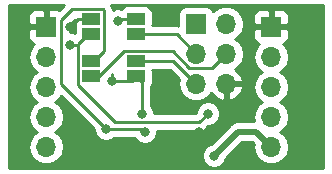
<source format=gbr>
G04 #@! TF.GenerationSoftware,KiCad,Pcbnew,5.0.0*
G04 #@! TF.CreationDate,2018-11-11T14:42:04-05:00*
G04 #@! TF.ProjectId,Barometer-Pi-Module,4261726F6D657465722D50692D4D6F64,rev?*
G04 #@! TF.SameCoordinates,Original*
G04 #@! TF.FileFunction,Copper,L2,Bot,Signal*
G04 #@! TF.FilePolarity,Positive*
%FSLAX46Y46*%
G04 Gerber Fmt 4.6, Leading zero omitted, Abs format (unit mm)*
G04 Created by KiCad (PCBNEW 5.0.0) date Sun Nov 11 14:42:04 2018*
%MOMM*%
%LPD*%
G01*
G04 APERTURE LIST*
G04 #@! TA.AperFunction,ComponentPad*
%ADD10R,1.700000X1.700000*%
G04 #@! TD*
G04 #@! TA.AperFunction,ComponentPad*
%ADD11O,1.700000X1.700000*%
G04 #@! TD*
G04 #@! TA.AperFunction,SMDPad,CuDef*
%ADD12R,1.500000X1.000000*%
G04 #@! TD*
G04 #@! TA.AperFunction,ViaPad*
%ADD13C,0.800000*%
G04 #@! TD*
G04 #@! TA.AperFunction,Conductor*
%ADD14C,0.500000*%
G04 #@! TD*
G04 #@! TA.AperFunction,Conductor*
%ADD15C,0.250000*%
G04 #@! TD*
G04 #@! TA.AperFunction,Conductor*
%ADD16C,0.254000*%
G04 #@! TD*
G04 APERTURE END LIST*
D10*
G04 #@! TO.P,J2,1*
G04 #@! TO.N,SPI_MISO*
X195580000Y-81026000D03*
D11*
G04 #@! TO.P,J2,2*
G04 #@! TO.N,SPI_VCC*
X198120000Y-81026000D03*
G04 #@! TO.P,J2,3*
G04 #@! TO.N,SPI_SCK*
X195580000Y-83566000D03*
G04 #@! TO.P,J2,4*
G04 #@! TO.N,SPI_MOSI*
X198120000Y-83566000D03*
G04 #@! TO.P,J2,5*
G04 #@! TO.N,SPI_CS*
X195580000Y-86106000D03*
G04 #@! TO.P,J2,6*
G04 #@! TO.N,Earth*
X198120000Y-86106000D03*
G04 #@! TD*
D12*
G04 #@! TO.P,JP6,1*
G04 #@! TO.N,CSB*
X190500000Y-85486000D03*
G04 #@! TO.P,JP6,2*
G04 #@! TO.N,SPI_CS*
X190500000Y-84186000D03*
G04 #@! TD*
G04 #@! TO.P,JP5,2*
G04 #@! TO.N,SDA*
X186690000Y-84186000D03*
G04 #@! TO.P,JP5,1*
G04 #@! TO.N,SPI_MOSI*
X186690000Y-85486000D03*
G04 #@! TD*
G04 #@! TO.P,JP4,1*
G04 #@! TO.N,SPI_SCK*
X190500000Y-81930000D03*
G04 #@! TO.P,JP4,2*
G04 #@! TO.N,SCL*
X190500000Y-80630000D03*
G04 #@! TD*
G04 #@! TO.P,JP3,2*
G04 #@! TO.N,Earth*
X186690000Y-80630000D03*
G04 #@! TO.P,JP3,1*
G04 #@! TO.N,PS*
X186690000Y-81930000D03*
G04 #@! TD*
D11*
G04 #@! TO.P,J4,5*
G04 #@! TO.N,VDD*
X201930000Y-91440000D03*
G04 #@! TO.P,J4,4*
G04 #@! TO.N,SDA*
X201930000Y-88900000D03*
G04 #@! TO.P,J4,3*
G04 #@! TO.N,SCL*
X201930000Y-86360000D03*
G04 #@! TO.P,J4,2*
G04 #@! TO.N,Net-(J4-Pad2)*
X201930000Y-83820000D03*
D10*
G04 #@! TO.P,J4,1*
G04 #@! TO.N,Earth*
X201930000Y-81280000D03*
G04 #@! TD*
D11*
G04 #@! TO.P,J1,5*
G04 #@! TO.N,VDD*
X182880000Y-91440000D03*
G04 #@! TO.P,J1,4*
G04 #@! TO.N,SDA*
X182880000Y-88900000D03*
G04 #@! TO.P,J1,3*
G04 #@! TO.N,SCL*
X182880000Y-86360000D03*
G04 #@! TO.P,J1,2*
G04 #@! TO.N,Net-(J1-Pad2)*
X182880000Y-83820000D03*
D10*
G04 #@! TO.P,J1,1*
G04 #@! TO.N,Earth*
X182880000Y-81280000D03*
G04 #@! TD*
D13*
G04 #@! TO.N,VDD*
X197104000Y-92202000D03*
G04 #@! TO.N,SDA*
X191262000Y-90170000D03*
X187960000Y-89916000D03*
G04 #@! TO.N,SCL*
X188976000Y-80772000D03*
G04 #@! TO.N,Earth*
X199136000Y-88646000D03*
X195834000Y-90170000D03*
X184912000Y-81280000D03*
G04 #@! TO.N,CSB*
X188468000Y-85852000D03*
X191008000Y-88646000D03*
G04 #@! TO.N,PS*
X184912000Y-82804000D03*
X196596000Y-88646000D03*
G04 #@! TD*
D14*
G04 #@! TO.N,VDD*
X200660000Y-90170000D02*
X201930000Y-91440000D01*
X199644000Y-90170000D02*
X200660000Y-90170000D01*
X199136000Y-90170000D02*
X197104000Y-92202000D01*
X199644000Y-90170000D02*
X199136000Y-90170000D01*
D15*
G04 #@! TO.N,SDA*
X191008000Y-89916000D02*
X191262000Y-90170000D01*
X187960000Y-89916000D02*
X191008000Y-89916000D01*
X186940000Y-84186000D02*
X186690000Y-84186000D01*
X187765001Y-83360999D02*
X186940000Y-84186000D01*
X184186999Y-86142999D02*
X184186999Y-80735001D01*
X187765001Y-79869999D02*
X187765001Y-83360999D01*
X187960000Y-89916000D02*
X184186999Y-86142999D01*
X184186999Y-80735001D02*
X185117001Y-79804999D01*
X185117001Y-79804999D02*
X187700001Y-79804999D01*
X187700001Y-79804999D02*
X187765001Y-79869999D01*
G04 #@! TO.N,SCL*
X189118000Y-80630000D02*
X188976000Y-80772000D01*
X190500000Y-80630000D02*
X189118000Y-80630000D01*
G04 #@! TO.N,Earth*
X185562000Y-80630000D02*
X184912000Y-81280000D01*
X186690000Y-80630000D02*
X185562000Y-80630000D01*
G04 #@! TO.N,SPI_SCK*
X193944000Y-81930000D02*
X195580000Y-83566000D01*
X190500000Y-81930000D02*
X193944000Y-81930000D01*
G04 #@! TO.N,SPI_MOSI*
X197270001Y-84415999D02*
X198120000Y-83566000D01*
X196944999Y-84741001D02*
X197270001Y-84415999D01*
X195015999Y-84741001D02*
X196944999Y-84741001D01*
X193635997Y-83360999D02*
X195015999Y-84741001D01*
X189489999Y-83360999D02*
X193635997Y-83360999D01*
X187364998Y-85486000D02*
X189489999Y-83360999D01*
X186690000Y-85486000D02*
X187364998Y-85486000D01*
G04 #@! TO.N,SPI_CS*
X193660000Y-84186000D02*
X195580000Y-86106000D01*
X190500000Y-84186000D02*
X193660000Y-84186000D01*
G04 #@! TO.N,CSB*
X191008000Y-85994000D02*
X190500000Y-85486000D01*
X191008000Y-88646000D02*
X191008000Y-85994000D01*
X190134000Y-85852000D02*
X190500000Y-85486000D01*
X188468000Y-85852000D02*
X190134000Y-85852000D01*
X188468000Y-85852000D02*
X188468000Y-85286315D01*
G04 #@! TO.N,PS*
X186440000Y-81930000D02*
X186690000Y-81930000D01*
X185614999Y-82755001D02*
X186440000Y-81930000D01*
X188739999Y-89371001D02*
X185614999Y-86246001D01*
X195870999Y-89371001D02*
X188739999Y-89371001D01*
X185614999Y-86246001D02*
X185614999Y-82755001D01*
X196596000Y-88646000D02*
X195870999Y-89371001D01*
X185566000Y-82804000D02*
X185614999Y-82755001D01*
X184912000Y-82804000D02*
X185566000Y-82804000D01*
G04 #@! TD*
D16*
G04 #@! TO.N,Earth*
G36*
X183994824Y-79852375D02*
X183856309Y-79795000D01*
X183165750Y-79795000D01*
X183007000Y-79953750D01*
X183007000Y-81153000D01*
X183027000Y-81153000D01*
X183027000Y-81407000D01*
X183007000Y-81407000D01*
X183007000Y-81427000D01*
X182753000Y-81427000D01*
X182753000Y-81407000D01*
X181553750Y-81407000D01*
X181395000Y-81565750D01*
X181395000Y-82256310D01*
X181491673Y-82489699D01*
X181670302Y-82668327D01*
X181831033Y-82734904D01*
X181809375Y-82749375D01*
X181481161Y-83240582D01*
X181365908Y-83820000D01*
X181481161Y-84399418D01*
X181809375Y-84890625D01*
X182107761Y-85090000D01*
X181809375Y-85289375D01*
X181481161Y-85780582D01*
X181365908Y-86360000D01*
X181481161Y-86939418D01*
X181809375Y-87430625D01*
X182107761Y-87630000D01*
X181809375Y-87829375D01*
X181481161Y-88320582D01*
X181365908Y-88900000D01*
X181481161Y-89479418D01*
X181809375Y-89970625D01*
X182107761Y-90170000D01*
X181809375Y-90369375D01*
X181481161Y-90860582D01*
X181365908Y-91440000D01*
X181481161Y-92019418D01*
X181809375Y-92510625D01*
X182300582Y-92838839D01*
X182733744Y-92925000D01*
X183026256Y-92925000D01*
X183459418Y-92838839D01*
X183950625Y-92510625D01*
X184278839Y-92019418D01*
X184283472Y-91996126D01*
X196069000Y-91996126D01*
X196069000Y-92407874D01*
X196226569Y-92788280D01*
X196517720Y-93079431D01*
X196898126Y-93237000D01*
X197309874Y-93237000D01*
X197690280Y-93079431D01*
X197981431Y-92788280D01*
X198131431Y-92426147D01*
X199502579Y-91055000D01*
X200293422Y-91055000D01*
X200459462Y-91221040D01*
X200415908Y-91440000D01*
X200531161Y-92019418D01*
X200859375Y-92510625D01*
X201350582Y-92838839D01*
X201783744Y-92925000D01*
X202076256Y-92925000D01*
X202509418Y-92838839D01*
X203000625Y-92510625D01*
X203328839Y-92019418D01*
X203444092Y-91440000D01*
X203328839Y-90860582D01*
X203000625Y-90369375D01*
X202702239Y-90170000D01*
X203000625Y-89970625D01*
X203328839Y-89479418D01*
X203444092Y-88900000D01*
X203328839Y-88320582D01*
X203000625Y-87829375D01*
X202702239Y-87630000D01*
X203000625Y-87430625D01*
X203328839Y-86939418D01*
X203444092Y-86360000D01*
X203328839Y-85780582D01*
X203000625Y-85289375D01*
X202702239Y-85090000D01*
X203000625Y-84890625D01*
X203328839Y-84399418D01*
X203444092Y-83820000D01*
X203328839Y-83240582D01*
X203000625Y-82749375D01*
X202978967Y-82734904D01*
X203139698Y-82668327D01*
X203318327Y-82489699D01*
X203415000Y-82256310D01*
X203415000Y-81565750D01*
X203256250Y-81407000D01*
X202057000Y-81407000D01*
X202057000Y-81427000D01*
X201803000Y-81427000D01*
X201803000Y-81407000D01*
X200603750Y-81407000D01*
X200445000Y-81565750D01*
X200445000Y-82256310D01*
X200541673Y-82489699D01*
X200720302Y-82668327D01*
X200881033Y-82734904D01*
X200859375Y-82749375D01*
X200531161Y-83240582D01*
X200415908Y-83820000D01*
X200531161Y-84399418D01*
X200859375Y-84890625D01*
X201157761Y-85090000D01*
X200859375Y-85289375D01*
X200531161Y-85780582D01*
X200415908Y-86360000D01*
X200531161Y-86939418D01*
X200859375Y-87430625D01*
X201157761Y-87630000D01*
X200859375Y-87829375D01*
X200531161Y-88320582D01*
X200415908Y-88900000D01*
X200492489Y-89285000D01*
X199223161Y-89285000D01*
X199136000Y-89267663D01*
X199048839Y-89285000D01*
X199048835Y-89285000D01*
X198790690Y-89336348D01*
X198571845Y-89482576D01*
X198571844Y-89482577D01*
X198497951Y-89531951D01*
X198448577Y-89605844D01*
X196879853Y-91174569D01*
X196517720Y-91324569D01*
X196226569Y-91615720D01*
X196069000Y-91996126D01*
X184283472Y-91996126D01*
X184394092Y-91440000D01*
X184278839Y-90860582D01*
X183950625Y-90369375D01*
X183652239Y-90170000D01*
X183950625Y-89970625D01*
X184278839Y-89479418D01*
X184394092Y-88900000D01*
X184278839Y-88320582D01*
X183950625Y-87829375D01*
X183652239Y-87630000D01*
X183950625Y-87430625D01*
X184130549Y-87161350D01*
X186925000Y-89955802D01*
X186925000Y-90121874D01*
X187082569Y-90502280D01*
X187373720Y-90793431D01*
X187754126Y-90951000D01*
X188165874Y-90951000D01*
X188546280Y-90793431D01*
X188663711Y-90676000D01*
X190351316Y-90676000D01*
X190384569Y-90756280D01*
X190675720Y-91047431D01*
X191056126Y-91205000D01*
X191467874Y-91205000D01*
X191848280Y-91047431D01*
X192139431Y-90756280D01*
X192297000Y-90375874D01*
X192297000Y-90131001D01*
X195796152Y-90131001D01*
X195870999Y-90145889D01*
X195945846Y-90131001D01*
X195945851Y-90131001D01*
X196167536Y-90086905D01*
X196418928Y-89918930D01*
X196461330Y-89855471D01*
X196635801Y-89681000D01*
X196801874Y-89681000D01*
X197182280Y-89523431D01*
X197473431Y-89232280D01*
X197631000Y-88851874D01*
X197631000Y-88440126D01*
X197473431Y-88059720D01*
X197182280Y-87768569D01*
X196801874Y-87611000D01*
X196390126Y-87611000D01*
X196009720Y-87768569D01*
X195718569Y-88059720D01*
X195561000Y-88440126D01*
X195561000Y-88606199D01*
X195556198Y-88611001D01*
X192043000Y-88611001D01*
X192043000Y-88440126D01*
X191885431Y-88059720D01*
X191768000Y-87942289D01*
X191768000Y-86353727D01*
X191848157Y-86233765D01*
X191897440Y-85986000D01*
X191897440Y-84986000D01*
X191889484Y-84946000D01*
X193345199Y-84946000D01*
X194138791Y-85739592D01*
X194065908Y-86106000D01*
X194181161Y-86685418D01*
X194509375Y-87176625D01*
X195000582Y-87504839D01*
X195433744Y-87591000D01*
X195726256Y-87591000D01*
X196159418Y-87504839D01*
X196650625Y-87176625D01*
X196851353Y-86876214D01*
X197238642Y-87301183D01*
X197763108Y-87547486D01*
X197993000Y-87426819D01*
X197993000Y-86233000D01*
X198247000Y-86233000D01*
X198247000Y-87426819D01*
X198476892Y-87547486D01*
X199001358Y-87301183D01*
X199391645Y-86872924D01*
X199561476Y-86462890D01*
X199440155Y-86233000D01*
X198247000Y-86233000D01*
X197993000Y-86233000D01*
X197973000Y-86233000D01*
X197973000Y-85979000D01*
X197993000Y-85979000D01*
X197993000Y-85959000D01*
X198247000Y-85959000D01*
X198247000Y-85979000D01*
X199440155Y-85979000D01*
X199561476Y-85749110D01*
X199391645Y-85339076D01*
X199001358Y-84910817D01*
X198871522Y-84849843D01*
X199190625Y-84636625D01*
X199518839Y-84145418D01*
X199634092Y-83566000D01*
X199518839Y-82986582D01*
X199190625Y-82495375D01*
X198892239Y-82296000D01*
X199190625Y-82096625D01*
X199518839Y-81605418D01*
X199634092Y-81026000D01*
X199518839Y-80446582D01*
X199423362Y-80303690D01*
X200445000Y-80303690D01*
X200445000Y-80994250D01*
X200603750Y-81153000D01*
X201803000Y-81153000D01*
X201803000Y-79953750D01*
X202057000Y-79953750D01*
X202057000Y-81153000D01*
X203256250Y-81153000D01*
X203415000Y-80994250D01*
X203415000Y-80303690D01*
X203318327Y-80070301D01*
X203139698Y-79891673D01*
X202906309Y-79795000D01*
X202215750Y-79795000D01*
X202057000Y-79953750D01*
X201803000Y-79953750D01*
X201644250Y-79795000D01*
X200953691Y-79795000D01*
X200720302Y-79891673D01*
X200541673Y-80070301D01*
X200445000Y-80303690D01*
X199423362Y-80303690D01*
X199190625Y-79955375D01*
X198699418Y-79627161D01*
X198266256Y-79541000D01*
X197973744Y-79541000D01*
X197540582Y-79627161D01*
X197049375Y-79955375D01*
X197037184Y-79973619D01*
X197028157Y-79928235D01*
X196887809Y-79718191D01*
X196677765Y-79577843D01*
X196430000Y-79528560D01*
X194730000Y-79528560D01*
X194482235Y-79577843D01*
X194272191Y-79718191D01*
X194131843Y-79928235D01*
X194082560Y-80176000D01*
X194082560Y-81182672D01*
X194018852Y-81170000D01*
X194018847Y-81170000D01*
X193944000Y-81155112D01*
X193869153Y-81170000D01*
X191889484Y-81170000D01*
X191897440Y-81130000D01*
X191897440Y-80130000D01*
X191848157Y-79882235D01*
X191707809Y-79672191D01*
X191497765Y-79531843D01*
X191250000Y-79482560D01*
X189750000Y-79482560D01*
X189502235Y-79531843D01*
X189292191Y-79672191D01*
X189234360Y-79758740D01*
X189181874Y-79737000D01*
X188770126Y-79737000D01*
X188532973Y-79835232D01*
X188525001Y-79795152D01*
X188525001Y-79795147D01*
X188480905Y-79573462D01*
X188398410Y-79450000D01*
X206300000Y-79450000D01*
X206300001Y-93270000D01*
X179780000Y-93270000D01*
X179780000Y-80303690D01*
X181395000Y-80303690D01*
X181395000Y-80994250D01*
X181553750Y-81153000D01*
X182753000Y-81153000D01*
X182753000Y-79953750D01*
X182594250Y-79795000D01*
X181903691Y-79795000D01*
X181670302Y-79891673D01*
X181491673Y-80070301D01*
X181395000Y-80303690D01*
X179780000Y-80303690D01*
X179780000Y-79450000D01*
X184397197Y-79450000D01*
X183994824Y-79852375D01*
X183994824Y-79852375D01*
G37*
X183994824Y-79852375D02*
X183856309Y-79795000D01*
X183165750Y-79795000D01*
X183007000Y-79953750D01*
X183007000Y-81153000D01*
X183027000Y-81153000D01*
X183027000Y-81407000D01*
X183007000Y-81407000D01*
X183007000Y-81427000D01*
X182753000Y-81427000D01*
X182753000Y-81407000D01*
X181553750Y-81407000D01*
X181395000Y-81565750D01*
X181395000Y-82256310D01*
X181491673Y-82489699D01*
X181670302Y-82668327D01*
X181831033Y-82734904D01*
X181809375Y-82749375D01*
X181481161Y-83240582D01*
X181365908Y-83820000D01*
X181481161Y-84399418D01*
X181809375Y-84890625D01*
X182107761Y-85090000D01*
X181809375Y-85289375D01*
X181481161Y-85780582D01*
X181365908Y-86360000D01*
X181481161Y-86939418D01*
X181809375Y-87430625D01*
X182107761Y-87630000D01*
X181809375Y-87829375D01*
X181481161Y-88320582D01*
X181365908Y-88900000D01*
X181481161Y-89479418D01*
X181809375Y-89970625D01*
X182107761Y-90170000D01*
X181809375Y-90369375D01*
X181481161Y-90860582D01*
X181365908Y-91440000D01*
X181481161Y-92019418D01*
X181809375Y-92510625D01*
X182300582Y-92838839D01*
X182733744Y-92925000D01*
X183026256Y-92925000D01*
X183459418Y-92838839D01*
X183950625Y-92510625D01*
X184278839Y-92019418D01*
X184283472Y-91996126D01*
X196069000Y-91996126D01*
X196069000Y-92407874D01*
X196226569Y-92788280D01*
X196517720Y-93079431D01*
X196898126Y-93237000D01*
X197309874Y-93237000D01*
X197690280Y-93079431D01*
X197981431Y-92788280D01*
X198131431Y-92426147D01*
X199502579Y-91055000D01*
X200293422Y-91055000D01*
X200459462Y-91221040D01*
X200415908Y-91440000D01*
X200531161Y-92019418D01*
X200859375Y-92510625D01*
X201350582Y-92838839D01*
X201783744Y-92925000D01*
X202076256Y-92925000D01*
X202509418Y-92838839D01*
X203000625Y-92510625D01*
X203328839Y-92019418D01*
X203444092Y-91440000D01*
X203328839Y-90860582D01*
X203000625Y-90369375D01*
X202702239Y-90170000D01*
X203000625Y-89970625D01*
X203328839Y-89479418D01*
X203444092Y-88900000D01*
X203328839Y-88320582D01*
X203000625Y-87829375D01*
X202702239Y-87630000D01*
X203000625Y-87430625D01*
X203328839Y-86939418D01*
X203444092Y-86360000D01*
X203328839Y-85780582D01*
X203000625Y-85289375D01*
X202702239Y-85090000D01*
X203000625Y-84890625D01*
X203328839Y-84399418D01*
X203444092Y-83820000D01*
X203328839Y-83240582D01*
X203000625Y-82749375D01*
X202978967Y-82734904D01*
X203139698Y-82668327D01*
X203318327Y-82489699D01*
X203415000Y-82256310D01*
X203415000Y-81565750D01*
X203256250Y-81407000D01*
X202057000Y-81407000D01*
X202057000Y-81427000D01*
X201803000Y-81427000D01*
X201803000Y-81407000D01*
X200603750Y-81407000D01*
X200445000Y-81565750D01*
X200445000Y-82256310D01*
X200541673Y-82489699D01*
X200720302Y-82668327D01*
X200881033Y-82734904D01*
X200859375Y-82749375D01*
X200531161Y-83240582D01*
X200415908Y-83820000D01*
X200531161Y-84399418D01*
X200859375Y-84890625D01*
X201157761Y-85090000D01*
X200859375Y-85289375D01*
X200531161Y-85780582D01*
X200415908Y-86360000D01*
X200531161Y-86939418D01*
X200859375Y-87430625D01*
X201157761Y-87630000D01*
X200859375Y-87829375D01*
X200531161Y-88320582D01*
X200415908Y-88900000D01*
X200492489Y-89285000D01*
X199223161Y-89285000D01*
X199136000Y-89267663D01*
X199048839Y-89285000D01*
X199048835Y-89285000D01*
X198790690Y-89336348D01*
X198571845Y-89482576D01*
X198571844Y-89482577D01*
X198497951Y-89531951D01*
X198448577Y-89605844D01*
X196879853Y-91174569D01*
X196517720Y-91324569D01*
X196226569Y-91615720D01*
X196069000Y-91996126D01*
X184283472Y-91996126D01*
X184394092Y-91440000D01*
X184278839Y-90860582D01*
X183950625Y-90369375D01*
X183652239Y-90170000D01*
X183950625Y-89970625D01*
X184278839Y-89479418D01*
X184394092Y-88900000D01*
X184278839Y-88320582D01*
X183950625Y-87829375D01*
X183652239Y-87630000D01*
X183950625Y-87430625D01*
X184130549Y-87161350D01*
X186925000Y-89955802D01*
X186925000Y-90121874D01*
X187082569Y-90502280D01*
X187373720Y-90793431D01*
X187754126Y-90951000D01*
X188165874Y-90951000D01*
X188546280Y-90793431D01*
X188663711Y-90676000D01*
X190351316Y-90676000D01*
X190384569Y-90756280D01*
X190675720Y-91047431D01*
X191056126Y-91205000D01*
X191467874Y-91205000D01*
X191848280Y-91047431D01*
X192139431Y-90756280D01*
X192297000Y-90375874D01*
X192297000Y-90131001D01*
X195796152Y-90131001D01*
X195870999Y-90145889D01*
X195945846Y-90131001D01*
X195945851Y-90131001D01*
X196167536Y-90086905D01*
X196418928Y-89918930D01*
X196461330Y-89855471D01*
X196635801Y-89681000D01*
X196801874Y-89681000D01*
X197182280Y-89523431D01*
X197473431Y-89232280D01*
X197631000Y-88851874D01*
X197631000Y-88440126D01*
X197473431Y-88059720D01*
X197182280Y-87768569D01*
X196801874Y-87611000D01*
X196390126Y-87611000D01*
X196009720Y-87768569D01*
X195718569Y-88059720D01*
X195561000Y-88440126D01*
X195561000Y-88606199D01*
X195556198Y-88611001D01*
X192043000Y-88611001D01*
X192043000Y-88440126D01*
X191885431Y-88059720D01*
X191768000Y-87942289D01*
X191768000Y-86353727D01*
X191848157Y-86233765D01*
X191897440Y-85986000D01*
X191897440Y-84986000D01*
X191889484Y-84946000D01*
X193345199Y-84946000D01*
X194138791Y-85739592D01*
X194065908Y-86106000D01*
X194181161Y-86685418D01*
X194509375Y-87176625D01*
X195000582Y-87504839D01*
X195433744Y-87591000D01*
X195726256Y-87591000D01*
X196159418Y-87504839D01*
X196650625Y-87176625D01*
X196851353Y-86876214D01*
X197238642Y-87301183D01*
X197763108Y-87547486D01*
X197993000Y-87426819D01*
X197993000Y-86233000D01*
X198247000Y-86233000D01*
X198247000Y-87426819D01*
X198476892Y-87547486D01*
X199001358Y-87301183D01*
X199391645Y-86872924D01*
X199561476Y-86462890D01*
X199440155Y-86233000D01*
X198247000Y-86233000D01*
X197993000Y-86233000D01*
X197973000Y-86233000D01*
X197973000Y-85979000D01*
X197993000Y-85979000D01*
X197993000Y-85959000D01*
X198247000Y-85959000D01*
X198247000Y-85979000D01*
X199440155Y-85979000D01*
X199561476Y-85749110D01*
X199391645Y-85339076D01*
X199001358Y-84910817D01*
X198871522Y-84849843D01*
X199190625Y-84636625D01*
X199518839Y-84145418D01*
X199634092Y-83566000D01*
X199518839Y-82986582D01*
X199190625Y-82495375D01*
X198892239Y-82296000D01*
X199190625Y-82096625D01*
X199518839Y-81605418D01*
X199634092Y-81026000D01*
X199518839Y-80446582D01*
X199423362Y-80303690D01*
X200445000Y-80303690D01*
X200445000Y-80994250D01*
X200603750Y-81153000D01*
X201803000Y-81153000D01*
X201803000Y-79953750D01*
X202057000Y-79953750D01*
X202057000Y-81153000D01*
X203256250Y-81153000D01*
X203415000Y-80994250D01*
X203415000Y-80303690D01*
X203318327Y-80070301D01*
X203139698Y-79891673D01*
X202906309Y-79795000D01*
X202215750Y-79795000D01*
X202057000Y-79953750D01*
X201803000Y-79953750D01*
X201644250Y-79795000D01*
X200953691Y-79795000D01*
X200720302Y-79891673D01*
X200541673Y-80070301D01*
X200445000Y-80303690D01*
X199423362Y-80303690D01*
X199190625Y-79955375D01*
X198699418Y-79627161D01*
X198266256Y-79541000D01*
X197973744Y-79541000D01*
X197540582Y-79627161D01*
X197049375Y-79955375D01*
X197037184Y-79973619D01*
X197028157Y-79928235D01*
X196887809Y-79718191D01*
X196677765Y-79577843D01*
X196430000Y-79528560D01*
X194730000Y-79528560D01*
X194482235Y-79577843D01*
X194272191Y-79718191D01*
X194131843Y-79928235D01*
X194082560Y-80176000D01*
X194082560Y-81182672D01*
X194018852Y-81170000D01*
X194018847Y-81170000D01*
X193944000Y-81155112D01*
X193869153Y-81170000D01*
X191889484Y-81170000D01*
X191897440Y-81130000D01*
X191897440Y-80130000D01*
X191848157Y-79882235D01*
X191707809Y-79672191D01*
X191497765Y-79531843D01*
X191250000Y-79482560D01*
X189750000Y-79482560D01*
X189502235Y-79531843D01*
X189292191Y-79672191D01*
X189234360Y-79758740D01*
X189181874Y-79737000D01*
X188770126Y-79737000D01*
X188532973Y-79835232D01*
X188525001Y-79795152D01*
X188525001Y-79795147D01*
X188480905Y-79573462D01*
X188398410Y-79450000D01*
X206300000Y-79450000D01*
X206300001Y-93270000D01*
X179780000Y-93270000D01*
X179780000Y-80303690D01*
X181395000Y-80303690D01*
X181395000Y-80994250D01*
X181553750Y-81153000D01*
X182753000Y-81153000D01*
X182753000Y-79953750D01*
X182594250Y-79795000D01*
X181903691Y-79795000D01*
X181670302Y-79891673D01*
X181491673Y-80070301D01*
X181395000Y-80303690D01*
X179780000Y-80303690D01*
X179780000Y-79450000D01*
X184397197Y-79450000D01*
X183994824Y-79852375D01*
G36*
X185305000Y-80757002D02*
X185463748Y-80757002D01*
X185305000Y-80915750D01*
X185305000Y-81256309D01*
X185319936Y-81292368D01*
X185292560Y-81430000D01*
X185292560Y-81841357D01*
X185117874Y-81769000D01*
X184946999Y-81769000D01*
X184946999Y-81049803D01*
X185305000Y-80691802D01*
X185305000Y-80757002D01*
X185305000Y-80757002D01*
G37*
X185305000Y-80757002D02*
X185463748Y-80757002D01*
X185305000Y-80915750D01*
X185305000Y-81256309D01*
X185319936Y-81292368D01*
X185292560Y-81430000D01*
X185292560Y-81841357D01*
X185117874Y-81769000D01*
X184946999Y-81769000D01*
X184946999Y-81049803D01*
X185305000Y-80691802D01*
X185305000Y-80757002D01*
G36*
X186837000Y-80757000D02*
X186817000Y-80757000D01*
X186817000Y-80777000D01*
X186563000Y-80777000D01*
X186563000Y-80757000D01*
X186543000Y-80757000D01*
X186543000Y-80564999D01*
X186837000Y-80564999D01*
X186837000Y-80757000D01*
X186837000Y-80757000D01*
G37*
X186837000Y-80757000D02*
X186817000Y-80757000D01*
X186817000Y-80777000D01*
X186563000Y-80777000D01*
X186563000Y-80757000D01*
X186543000Y-80757000D01*
X186543000Y-80564999D01*
X186837000Y-80564999D01*
X186837000Y-80757000D01*
G04 #@! TD*
M02*

</source>
